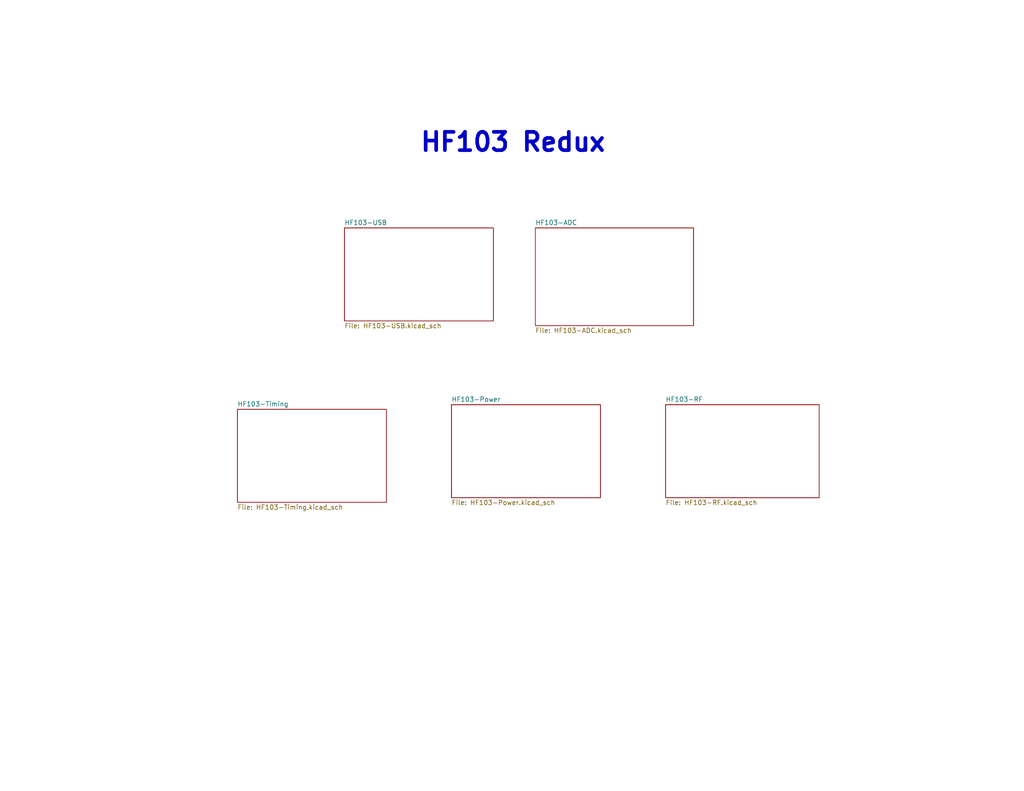
<source format=kicad_sch>
(kicad_sch (version 20230121) (generator eeschema)
  (paper "USLetter")
  (title_block (title "HF103-Redux") (date "2023-06-25") (rev "0.0.1"))
  (lib_symbols)
  (text "HF103 Redux" (at 114.3 41.91 0) (effects (font (size 5 5) (thickness 1) bold) (justify left bottom)))
  (sheet (at 64.77 111.76) (size 40.64 25.4) (stroke (width 0.1524))
    (property "Sheetname" "HF103-Timing" (at 64.77 111.0484 0) (effects (justify left bottom)))
    (property "Sheetfile" "HF103-Timing.kicad_sch" (at 64.77 137.7446 0) (effects (justify left top)))
  )
  (sheet (at 181.61 110.49) (size 41.91 25.4) (stroke (width 0.1524))
    (property "Sheetname" "HF103-RF" (at 181.61 109.7784 0) (effects (justify left bottom)))
    (property "Sheetfile" "HF103-RF.kicad_sch" (at 181.61 136.4746 0) (effects (justify left top)))
  )
  (sheet (at 93.98 62.23) (size 40.64 25.4) (stroke (width 0.1524))
    (property "Sheetname" "HF103-USB" (at 93.98 61.5184 0) (effects (justify left bottom)))
    (property "Sheetfile" "HF103-USB.kicad_sch" (at 93.98 88.2146 0) (effects (justify left top)))
  )
  (sheet (at 123.19 110.49) (size 40.64 25.4) (stroke (width 0.1524))
    (property "Sheetname" "HF103-Power" (at 123.19 109.7784 0) (effects (justify left bottom)))
    (property "Sheetfile" "HF103-Power.kicad_sch" (at 123.19 136.4746 0) (effects (justify left top)))
  )
  (sheet (at 146.05 62.23) (size 43.18 26.67) (stroke (width 0.1524))
    (property "Sheetname" "HF103-ADC" (at 146.05 61.5184 0) (effects (justify left bottom)))
    (property "Sheetfile" "HF103-ADC.kicad_sch" (at 146.05 89.4846 0) (effects (justify left top)))
  )
)
</source>
